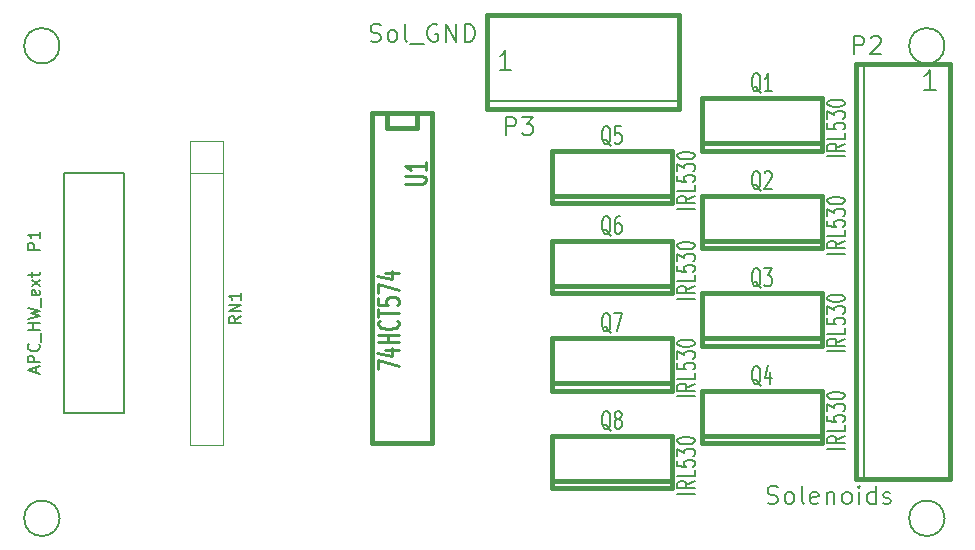
<source format=gbr>
G04 #@! TF.GenerationSoftware,KiCad,Pcbnew,5.0.2-bee76a0~70~ubuntu18.04.1*
G04 #@! TF.CreationDate,2020-04-05T13:34:11+02:00*
G04 #@! TF.ProjectId,APC_Solenoid_exp,4150435f-536f-46c6-956e-6f69645f6578,rev?*
G04 #@! TF.SameCoordinates,Original*
G04 #@! TF.FileFunction,Legend,Top*
G04 #@! TF.FilePolarity,Positive*
%FSLAX46Y46*%
G04 Gerber Fmt 4.6, Leading zero omitted, Abs format (unit mm)*
G04 Created by KiCad (PCBNEW 5.0.2-bee76a0~70~ubuntu18.04.1) date So 05 Apr 2020 13:34:11 CEST*
%MOMM*%
%LPD*%
G01*
G04 APERTURE LIST*
%ADD10C,0.120000*%
%ADD11C,0.150000*%
%ADD12C,0.406400*%
%ADD13C,0.127000*%
%ADD14C,0.381000*%
%ADD15C,0.142240*%
%ADD16C,0.203200*%
%ADD17C,0.285750*%
%ADD18C,0.304800*%
G04 APERTURE END LIST*
D10*
G04 #@! TO.C,RN1*
X36960000Y-30310000D02*
X34160000Y-30310000D01*
X34160000Y-30310000D02*
X34160000Y-56050000D01*
X34160000Y-56050000D02*
X36960000Y-56050000D01*
X36960000Y-56050000D02*
X36960000Y-30310000D01*
X36960000Y-33020000D02*
X34160000Y-33020000D01*
D11*
G04 #@! TO.C,REF\002A\002A*
X98020000Y-22225000D02*
G75*
G03X98020000Y-22225000I-1500000J0D01*
G01*
X23090000Y-22225000D02*
G75*
G03X23090000Y-22225000I-1500000J0D01*
G01*
X98020000Y-62230000D02*
G75*
G03X98020000Y-62230000I-1500000J0D01*
G01*
X23090000Y-62230000D02*
G75*
G03X23090000Y-62230000I-1500000J0D01*
G01*
G04 #@! TO.C,P1*
X28575000Y-33020000D02*
X23495000Y-33020000D01*
X23495000Y-33020000D02*
X23495000Y-53340000D01*
X23495000Y-53340000D02*
X28575000Y-53340000D01*
X28575000Y-53340000D02*
X28575000Y-33020000D01*
D12*
G04 #@! TO.C,P2*
X98475800Y-23749000D02*
X98475800Y-58925000D01*
X98475800Y-58928000D02*
X90551000Y-58928000D01*
X90551000Y-58925000D02*
X90551000Y-23749000D01*
X90551000Y-23749000D02*
X98475800Y-23749000D01*
D13*
X91186000Y-23749000D02*
X91186000Y-58925000D01*
D12*
G04 #@! TO.C,P3*
X59309000Y-19634200D02*
X75565000Y-19634200D01*
X75565000Y-19634200D02*
X75565000Y-27559000D01*
X75565000Y-27559000D02*
X59309000Y-27559000D01*
X59309000Y-27559000D02*
X59309000Y-19634200D01*
D13*
X59309000Y-26924000D02*
X75565000Y-26924000D01*
D14*
G04 #@! TO.C,Q1*
X77470000Y-26670000D02*
X87630000Y-26670000D01*
X77470000Y-30480000D02*
X77470000Y-26670000D01*
X87630000Y-30480000D02*
X77470000Y-30480000D01*
X87630000Y-26670000D02*
X87630000Y-30480000D01*
X77470000Y-31115000D02*
X77470000Y-30480000D01*
X87630000Y-31115000D02*
X77470000Y-31115000D01*
X87630000Y-30480000D02*
X87630000Y-31115000D01*
G04 #@! TO.C,Q2*
X77470000Y-34925000D02*
X87630000Y-34925000D01*
X77470000Y-38735000D02*
X77470000Y-34925000D01*
X87630000Y-38735000D02*
X77470000Y-38735000D01*
X87630000Y-34925000D02*
X87630000Y-38735000D01*
X77470000Y-39370000D02*
X77470000Y-38735000D01*
X87630000Y-39370000D02*
X77470000Y-39370000D01*
X87630000Y-38735000D02*
X87630000Y-39370000D01*
G04 #@! TO.C,Q3*
X77470000Y-43180000D02*
X87630000Y-43180000D01*
X77470000Y-46990000D02*
X77470000Y-43180000D01*
X87630000Y-46990000D02*
X77470000Y-46990000D01*
X87630000Y-43180000D02*
X87630000Y-46990000D01*
X77470000Y-47625000D02*
X77470000Y-46990000D01*
X87630000Y-47625000D02*
X77470000Y-47625000D01*
X87630000Y-46990000D02*
X87630000Y-47625000D01*
G04 #@! TO.C,Q4*
X77470000Y-51435000D02*
X87630000Y-51435000D01*
X77470000Y-55245000D02*
X77470000Y-51435000D01*
X87630000Y-55245000D02*
X77470000Y-55245000D01*
X87630000Y-51435000D02*
X87630000Y-55245000D01*
X77470000Y-55880000D02*
X77470000Y-55245000D01*
X87630000Y-55880000D02*
X77470000Y-55880000D01*
X87630000Y-55245000D02*
X87630000Y-55880000D01*
G04 #@! TO.C,Q5*
X74930000Y-34925000D02*
X74930000Y-35560000D01*
X74930000Y-35560000D02*
X64770000Y-35560000D01*
X64770000Y-35560000D02*
X64770000Y-34925000D01*
X74930000Y-31115000D02*
X74930000Y-34925000D01*
X74930000Y-34925000D02*
X64770000Y-34925000D01*
X64770000Y-34925000D02*
X64770000Y-31115000D01*
X64770000Y-31115000D02*
X74930000Y-31115000D01*
G04 #@! TO.C,Q6*
X74930000Y-42545000D02*
X74930000Y-43180000D01*
X74930000Y-43180000D02*
X64770000Y-43180000D01*
X64770000Y-43180000D02*
X64770000Y-42545000D01*
X74930000Y-38735000D02*
X74930000Y-42545000D01*
X74930000Y-42545000D02*
X64770000Y-42545000D01*
X64770000Y-42545000D02*
X64770000Y-38735000D01*
X64770000Y-38735000D02*
X74930000Y-38735000D01*
G04 #@! TO.C,Q7*
X74930000Y-50800000D02*
X74930000Y-51435000D01*
X74930000Y-51435000D02*
X64770000Y-51435000D01*
X64770000Y-51435000D02*
X64770000Y-50800000D01*
X74930000Y-46990000D02*
X74930000Y-50800000D01*
X74930000Y-50800000D02*
X64770000Y-50800000D01*
X64770000Y-50800000D02*
X64770000Y-46990000D01*
X64770000Y-46990000D02*
X74930000Y-46990000D01*
G04 #@! TO.C,Q8*
X74930000Y-59055000D02*
X74930000Y-59690000D01*
X74930000Y-59690000D02*
X64770000Y-59690000D01*
X64770000Y-59690000D02*
X64770000Y-59055000D01*
X74930000Y-55245000D02*
X74930000Y-59055000D01*
X74930000Y-59055000D02*
X64770000Y-59055000D01*
X64770000Y-59055000D02*
X64770000Y-55245000D01*
X64770000Y-55245000D02*
X74930000Y-55245000D01*
G04 #@! TO.C,U1*
X53340000Y-27940000D02*
X53340000Y-29210000D01*
X53340000Y-29210000D02*
X50800000Y-29210000D01*
X50800000Y-29210000D02*
X50800000Y-27940000D01*
X54610000Y-27940000D02*
X54610000Y-55880000D01*
X54610000Y-55880000D02*
X49530000Y-55880000D01*
X49530000Y-55880000D02*
X49530000Y-27940000D01*
X49530000Y-27940000D02*
X54610000Y-27940000D01*
G04 #@! TO.C,RN1*
D11*
X38412380Y-45140476D02*
X37936190Y-45473809D01*
X38412380Y-45711904D02*
X37412380Y-45711904D01*
X37412380Y-45330952D01*
X37460000Y-45235714D01*
X37507619Y-45188095D01*
X37602857Y-45140476D01*
X37745714Y-45140476D01*
X37840952Y-45188095D01*
X37888571Y-45235714D01*
X37936190Y-45330952D01*
X37936190Y-45711904D01*
X38412380Y-44711904D02*
X37412380Y-44711904D01*
X38412380Y-44140476D01*
X37412380Y-44140476D01*
X38412380Y-43140476D02*
X38412380Y-43711904D01*
X38412380Y-43426190D02*
X37412380Y-43426190D01*
X37555238Y-43521428D01*
X37650476Y-43616666D01*
X37698095Y-43711904D01*
G04 #@! TO.C,P1*
X21407380Y-39473095D02*
X20407380Y-39473095D01*
X20407380Y-39092142D01*
X20455000Y-38996904D01*
X20502619Y-38949285D01*
X20597857Y-38901666D01*
X20740714Y-38901666D01*
X20835952Y-38949285D01*
X20883571Y-38996904D01*
X20931190Y-39092142D01*
X20931190Y-39473095D01*
X21407380Y-37949285D02*
X21407380Y-38520714D01*
X21407380Y-38235000D02*
X20407380Y-38235000D01*
X20550238Y-38330238D01*
X20645476Y-38425476D01*
X20693095Y-38520714D01*
X21121666Y-49934285D02*
X21121666Y-49458095D01*
X21407380Y-50029523D02*
X20407380Y-49696190D01*
X21407380Y-49362857D01*
X21407380Y-49029523D02*
X20407380Y-49029523D01*
X20407380Y-48648571D01*
X20455000Y-48553333D01*
X20502619Y-48505714D01*
X20597857Y-48458095D01*
X20740714Y-48458095D01*
X20835952Y-48505714D01*
X20883571Y-48553333D01*
X20931190Y-48648571D01*
X20931190Y-49029523D01*
X21312142Y-47458095D02*
X21359761Y-47505714D01*
X21407380Y-47648571D01*
X21407380Y-47743809D01*
X21359761Y-47886666D01*
X21264523Y-47981904D01*
X21169285Y-48029523D01*
X20978809Y-48077142D01*
X20835952Y-48077142D01*
X20645476Y-48029523D01*
X20550238Y-47981904D01*
X20455000Y-47886666D01*
X20407380Y-47743809D01*
X20407380Y-47648571D01*
X20455000Y-47505714D01*
X20502619Y-47458095D01*
X21502619Y-47267619D02*
X21502619Y-46505714D01*
X21407380Y-46267619D02*
X20407380Y-46267619D01*
X20883571Y-46267619D02*
X20883571Y-45696190D01*
X21407380Y-45696190D02*
X20407380Y-45696190D01*
X20407380Y-45315238D02*
X21407380Y-45077142D01*
X20693095Y-44886666D01*
X21407380Y-44696190D01*
X20407380Y-44458095D01*
X21502619Y-44315238D02*
X21502619Y-43553333D01*
X21359761Y-42934285D02*
X21407380Y-43029523D01*
X21407380Y-43220000D01*
X21359761Y-43315238D01*
X21264523Y-43362857D01*
X20883571Y-43362857D01*
X20788333Y-43315238D01*
X20740714Y-43220000D01*
X20740714Y-43029523D01*
X20788333Y-42934285D01*
X20883571Y-42886666D01*
X20978809Y-42886666D01*
X21074047Y-43362857D01*
X21407380Y-42553333D02*
X20740714Y-42029523D01*
X20740714Y-42553333D02*
X21407380Y-42029523D01*
X20740714Y-41791428D02*
X20740714Y-41410476D01*
X20407380Y-41648571D02*
X21264523Y-41648571D01*
X21359761Y-41600952D01*
X21407380Y-41505714D01*
X21407380Y-41410476D01*
G04 #@! TO.C,P2*
X90315142Y-22914428D02*
X90315142Y-21390428D01*
X90895714Y-21390428D01*
X91040857Y-21463000D01*
X91113428Y-21535571D01*
X91186000Y-21680714D01*
X91186000Y-21898428D01*
X91113428Y-22043571D01*
X91040857Y-22116142D01*
X90895714Y-22188714D01*
X90315142Y-22188714D01*
X91766571Y-21535571D02*
X91839142Y-21463000D01*
X91984285Y-21390428D01*
X92347142Y-21390428D01*
X92492285Y-21463000D01*
X92564857Y-21535571D01*
X92637428Y-21680714D01*
X92637428Y-21825857D01*
X92564857Y-22043571D01*
X91694000Y-22914428D01*
X92637428Y-22914428D01*
X83039857Y-60941857D02*
X83257571Y-61014428D01*
X83620428Y-61014428D01*
X83765571Y-60941857D01*
X83838142Y-60869285D01*
X83910714Y-60724142D01*
X83910714Y-60579000D01*
X83838142Y-60433857D01*
X83765571Y-60361285D01*
X83620428Y-60288714D01*
X83330142Y-60216142D01*
X83185000Y-60143571D01*
X83112428Y-60071000D01*
X83039857Y-59925857D01*
X83039857Y-59780714D01*
X83112428Y-59635571D01*
X83185000Y-59563000D01*
X83330142Y-59490428D01*
X83693000Y-59490428D01*
X83910714Y-59563000D01*
X84781571Y-61014428D02*
X84636428Y-60941857D01*
X84563857Y-60869285D01*
X84491285Y-60724142D01*
X84491285Y-60288714D01*
X84563857Y-60143571D01*
X84636428Y-60071000D01*
X84781571Y-59998428D01*
X84999285Y-59998428D01*
X85144428Y-60071000D01*
X85217000Y-60143571D01*
X85289571Y-60288714D01*
X85289571Y-60724142D01*
X85217000Y-60869285D01*
X85144428Y-60941857D01*
X84999285Y-61014428D01*
X84781571Y-61014428D01*
X86160428Y-61014428D02*
X86015285Y-60941857D01*
X85942714Y-60796714D01*
X85942714Y-59490428D01*
X87321571Y-60941857D02*
X87176428Y-61014428D01*
X86886142Y-61014428D01*
X86741000Y-60941857D01*
X86668428Y-60796714D01*
X86668428Y-60216142D01*
X86741000Y-60071000D01*
X86886142Y-59998428D01*
X87176428Y-59998428D01*
X87321571Y-60071000D01*
X87394142Y-60216142D01*
X87394142Y-60361285D01*
X86668428Y-60506428D01*
X88047285Y-59998428D02*
X88047285Y-61014428D01*
X88047285Y-60143571D02*
X88119857Y-60071000D01*
X88265000Y-59998428D01*
X88482714Y-59998428D01*
X88627857Y-60071000D01*
X88700428Y-60216142D01*
X88700428Y-61014428D01*
X89643857Y-61014428D02*
X89498714Y-60941857D01*
X89426142Y-60869285D01*
X89353571Y-60724142D01*
X89353571Y-60288714D01*
X89426142Y-60143571D01*
X89498714Y-60071000D01*
X89643857Y-59998428D01*
X89861571Y-59998428D01*
X90006714Y-60071000D01*
X90079285Y-60143571D01*
X90151857Y-60288714D01*
X90151857Y-60724142D01*
X90079285Y-60869285D01*
X90006714Y-60941857D01*
X89861571Y-61014428D01*
X89643857Y-61014428D01*
X90805000Y-61014428D02*
X90805000Y-59998428D01*
X90805000Y-59490428D02*
X90732428Y-59563000D01*
X90805000Y-59635571D01*
X90877571Y-59563000D01*
X90805000Y-59490428D01*
X90805000Y-59635571D01*
X92183857Y-61014428D02*
X92183857Y-59490428D01*
X92183857Y-60941857D02*
X92038714Y-61014428D01*
X91748428Y-61014428D01*
X91603285Y-60941857D01*
X91530714Y-60869285D01*
X91458142Y-60724142D01*
X91458142Y-60288714D01*
X91530714Y-60143571D01*
X91603285Y-60071000D01*
X91748428Y-59998428D01*
X92038714Y-59998428D01*
X92183857Y-60071000D01*
X92837000Y-60941857D02*
X92982142Y-61014428D01*
X93272428Y-61014428D01*
X93417571Y-60941857D01*
X93490142Y-60796714D01*
X93490142Y-60724142D01*
X93417571Y-60579000D01*
X93272428Y-60506428D01*
X93054714Y-60506428D01*
X92909571Y-60433857D01*
X92837000Y-60288714D01*
X92837000Y-60216142D01*
X92909571Y-60071000D01*
X93054714Y-59998428D01*
X93272428Y-59998428D01*
X93417571Y-60071000D01*
D15*
X97264389Y-25954566D02*
X96299189Y-25954566D01*
X96781789Y-25954566D02*
X96781789Y-24265466D01*
X96620922Y-24506766D01*
X96460056Y-24667633D01*
X96299189Y-24748066D01*
G04 #@! TO.C,P3*
D11*
X60851142Y-29772428D02*
X60851142Y-28248428D01*
X61431714Y-28248428D01*
X61576857Y-28321000D01*
X61649428Y-28393571D01*
X61722000Y-28538714D01*
X61722000Y-28756428D01*
X61649428Y-28901571D01*
X61576857Y-28974142D01*
X61431714Y-29046714D01*
X60851142Y-29046714D01*
X62230000Y-28248428D02*
X63173428Y-28248428D01*
X62665428Y-28829000D01*
X62883142Y-28829000D01*
X63028285Y-28901571D01*
X63100857Y-28974142D01*
X63173428Y-29119285D01*
X63173428Y-29482142D01*
X63100857Y-29627285D01*
X63028285Y-29699857D01*
X62883142Y-29772428D01*
X62447714Y-29772428D01*
X62302571Y-29699857D01*
X62230000Y-29627285D01*
X49421142Y-21825857D02*
X49638857Y-21898428D01*
X50001714Y-21898428D01*
X50146857Y-21825857D01*
X50219428Y-21753285D01*
X50292000Y-21608142D01*
X50292000Y-21463000D01*
X50219428Y-21317857D01*
X50146857Y-21245285D01*
X50001714Y-21172714D01*
X49711428Y-21100142D01*
X49566285Y-21027571D01*
X49493714Y-20955000D01*
X49421142Y-20809857D01*
X49421142Y-20664714D01*
X49493714Y-20519571D01*
X49566285Y-20447000D01*
X49711428Y-20374428D01*
X50074285Y-20374428D01*
X50292000Y-20447000D01*
X51162857Y-21898428D02*
X51017714Y-21825857D01*
X50945142Y-21753285D01*
X50872571Y-21608142D01*
X50872571Y-21172714D01*
X50945142Y-21027571D01*
X51017714Y-20955000D01*
X51162857Y-20882428D01*
X51380571Y-20882428D01*
X51525714Y-20955000D01*
X51598285Y-21027571D01*
X51670857Y-21172714D01*
X51670857Y-21608142D01*
X51598285Y-21753285D01*
X51525714Y-21825857D01*
X51380571Y-21898428D01*
X51162857Y-21898428D01*
X52541714Y-21898428D02*
X52396571Y-21825857D01*
X52324000Y-21680714D01*
X52324000Y-20374428D01*
X52759428Y-22043571D02*
X53920571Y-22043571D01*
X55081714Y-20447000D02*
X54936571Y-20374428D01*
X54718857Y-20374428D01*
X54501142Y-20447000D01*
X54356000Y-20592142D01*
X54283428Y-20737285D01*
X54210857Y-21027571D01*
X54210857Y-21245285D01*
X54283428Y-21535571D01*
X54356000Y-21680714D01*
X54501142Y-21825857D01*
X54718857Y-21898428D01*
X54864000Y-21898428D01*
X55081714Y-21825857D01*
X55154285Y-21753285D01*
X55154285Y-21245285D01*
X54864000Y-21245285D01*
X55807428Y-21898428D02*
X55807428Y-20374428D01*
X56678285Y-21898428D01*
X56678285Y-20374428D01*
X57404000Y-21898428D02*
X57404000Y-20374428D01*
X57766857Y-20374428D01*
X57984571Y-20447000D01*
X58129714Y-20592142D01*
X58202285Y-20737285D01*
X58274857Y-21027571D01*
X58274857Y-21245285D01*
X58202285Y-21535571D01*
X58129714Y-21680714D01*
X57984571Y-21825857D01*
X57766857Y-21898428D01*
X57404000Y-21898428D01*
D15*
X61323389Y-24303566D02*
X60358189Y-24303566D01*
X60840789Y-24303566D02*
X60840789Y-22614466D01*
X60679922Y-22855766D01*
X60519056Y-23016633D01*
X60358189Y-23097066D01*
G04 #@! TO.C,Q1*
D16*
X82453238Y-26234571D02*
X82356476Y-26162000D01*
X82259714Y-26016857D01*
X82114571Y-25799142D01*
X82017809Y-25726571D01*
X81921047Y-25726571D01*
X81969428Y-26089428D02*
X81872666Y-26016857D01*
X81775904Y-25871714D01*
X81727523Y-25581428D01*
X81727523Y-25073428D01*
X81775904Y-24783142D01*
X81872666Y-24638000D01*
X81969428Y-24565428D01*
X82162952Y-24565428D01*
X82259714Y-24638000D01*
X82356476Y-24783142D01*
X82404857Y-25073428D01*
X82404857Y-25581428D01*
X82356476Y-25871714D01*
X82259714Y-26016857D01*
X82162952Y-26089428D01*
X81969428Y-26089428D01*
X83372476Y-26089428D02*
X82791904Y-26089428D01*
X83082190Y-26089428D02*
X83082190Y-24565428D01*
X82985428Y-24783142D01*
X82888666Y-24928285D01*
X82791904Y-25000857D01*
X89589428Y-31580666D02*
X88065428Y-31580666D01*
X89589428Y-30516285D02*
X88863714Y-30854952D01*
X89589428Y-31096857D02*
X88065428Y-31096857D01*
X88065428Y-30709809D01*
X88138000Y-30613047D01*
X88210571Y-30564666D01*
X88355714Y-30516285D01*
X88573428Y-30516285D01*
X88718571Y-30564666D01*
X88791142Y-30613047D01*
X88863714Y-30709809D01*
X88863714Y-31096857D01*
X89589428Y-29597047D02*
X89589428Y-30080857D01*
X88065428Y-30080857D01*
X88065428Y-28774571D02*
X88065428Y-29258380D01*
X88791142Y-29306761D01*
X88718571Y-29258380D01*
X88646000Y-29161619D01*
X88646000Y-28919714D01*
X88718571Y-28822952D01*
X88791142Y-28774571D01*
X88936285Y-28726190D01*
X89299142Y-28726190D01*
X89444285Y-28774571D01*
X89516857Y-28822952D01*
X89589428Y-28919714D01*
X89589428Y-29161619D01*
X89516857Y-29258380D01*
X89444285Y-29306761D01*
X88065428Y-28387523D02*
X88065428Y-27758571D01*
X88646000Y-28097238D01*
X88646000Y-27952095D01*
X88718571Y-27855333D01*
X88791142Y-27806952D01*
X88936285Y-27758571D01*
X89299142Y-27758571D01*
X89444285Y-27806952D01*
X89516857Y-27855333D01*
X89589428Y-27952095D01*
X89589428Y-28242380D01*
X89516857Y-28339142D01*
X89444285Y-28387523D01*
X88065428Y-27129619D02*
X88065428Y-27032857D01*
X88138000Y-26936095D01*
X88210571Y-26887714D01*
X88355714Y-26839333D01*
X88646000Y-26790952D01*
X89008857Y-26790952D01*
X89299142Y-26839333D01*
X89444285Y-26887714D01*
X89516857Y-26936095D01*
X89589428Y-27032857D01*
X89589428Y-27129619D01*
X89516857Y-27226380D01*
X89444285Y-27274761D01*
X89299142Y-27323142D01*
X89008857Y-27371523D01*
X88646000Y-27371523D01*
X88355714Y-27323142D01*
X88210571Y-27274761D01*
X88138000Y-27226380D01*
X88065428Y-27129619D01*
G04 #@! TO.C,Q2*
X82453238Y-34489571D02*
X82356476Y-34417000D01*
X82259714Y-34271857D01*
X82114571Y-34054142D01*
X82017809Y-33981571D01*
X81921047Y-33981571D01*
X81969428Y-34344428D02*
X81872666Y-34271857D01*
X81775904Y-34126714D01*
X81727523Y-33836428D01*
X81727523Y-33328428D01*
X81775904Y-33038142D01*
X81872666Y-32893000D01*
X81969428Y-32820428D01*
X82162952Y-32820428D01*
X82259714Y-32893000D01*
X82356476Y-33038142D01*
X82404857Y-33328428D01*
X82404857Y-33836428D01*
X82356476Y-34126714D01*
X82259714Y-34271857D01*
X82162952Y-34344428D01*
X81969428Y-34344428D01*
X82791904Y-32965571D02*
X82840285Y-32893000D01*
X82937047Y-32820428D01*
X83178952Y-32820428D01*
X83275714Y-32893000D01*
X83324095Y-32965571D01*
X83372476Y-33110714D01*
X83372476Y-33255857D01*
X83324095Y-33473571D01*
X82743523Y-34344428D01*
X83372476Y-34344428D01*
X89589428Y-39835666D02*
X88065428Y-39835666D01*
X89589428Y-38771285D02*
X88863714Y-39109952D01*
X89589428Y-39351857D02*
X88065428Y-39351857D01*
X88065428Y-38964809D01*
X88138000Y-38868047D01*
X88210571Y-38819666D01*
X88355714Y-38771285D01*
X88573428Y-38771285D01*
X88718571Y-38819666D01*
X88791142Y-38868047D01*
X88863714Y-38964809D01*
X88863714Y-39351857D01*
X89589428Y-37852047D02*
X89589428Y-38335857D01*
X88065428Y-38335857D01*
X88065428Y-37029571D02*
X88065428Y-37513380D01*
X88791142Y-37561761D01*
X88718571Y-37513380D01*
X88646000Y-37416619D01*
X88646000Y-37174714D01*
X88718571Y-37077952D01*
X88791142Y-37029571D01*
X88936285Y-36981190D01*
X89299142Y-36981190D01*
X89444285Y-37029571D01*
X89516857Y-37077952D01*
X89589428Y-37174714D01*
X89589428Y-37416619D01*
X89516857Y-37513380D01*
X89444285Y-37561761D01*
X88065428Y-36642523D02*
X88065428Y-36013571D01*
X88646000Y-36352238D01*
X88646000Y-36207095D01*
X88718571Y-36110333D01*
X88791142Y-36061952D01*
X88936285Y-36013571D01*
X89299142Y-36013571D01*
X89444285Y-36061952D01*
X89516857Y-36110333D01*
X89589428Y-36207095D01*
X89589428Y-36497380D01*
X89516857Y-36594142D01*
X89444285Y-36642523D01*
X88065428Y-35384619D02*
X88065428Y-35287857D01*
X88138000Y-35191095D01*
X88210571Y-35142714D01*
X88355714Y-35094333D01*
X88646000Y-35045952D01*
X89008857Y-35045952D01*
X89299142Y-35094333D01*
X89444285Y-35142714D01*
X89516857Y-35191095D01*
X89589428Y-35287857D01*
X89589428Y-35384619D01*
X89516857Y-35481380D01*
X89444285Y-35529761D01*
X89299142Y-35578142D01*
X89008857Y-35626523D01*
X88646000Y-35626523D01*
X88355714Y-35578142D01*
X88210571Y-35529761D01*
X88138000Y-35481380D01*
X88065428Y-35384619D01*
G04 #@! TO.C,Q3*
X82453238Y-42744571D02*
X82356476Y-42672000D01*
X82259714Y-42526857D01*
X82114571Y-42309142D01*
X82017809Y-42236571D01*
X81921047Y-42236571D01*
X81969428Y-42599428D02*
X81872666Y-42526857D01*
X81775904Y-42381714D01*
X81727523Y-42091428D01*
X81727523Y-41583428D01*
X81775904Y-41293142D01*
X81872666Y-41148000D01*
X81969428Y-41075428D01*
X82162952Y-41075428D01*
X82259714Y-41148000D01*
X82356476Y-41293142D01*
X82404857Y-41583428D01*
X82404857Y-42091428D01*
X82356476Y-42381714D01*
X82259714Y-42526857D01*
X82162952Y-42599428D01*
X81969428Y-42599428D01*
X82743523Y-41075428D02*
X83372476Y-41075428D01*
X83033809Y-41656000D01*
X83178952Y-41656000D01*
X83275714Y-41728571D01*
X83324095Y-41801142D01*
X83372476Y-41946285D01*
X83372476Y-42309142D01*
X83324095Y-42454285D01*
X83275714Y-42526857D01*
X83178952Y-42599428D01*
X82888666Y-42599428D01*
X82791904Y-42526857D01*
X82743523Y-42454285D01*
X89589428Y-48090666D02*
X88065428Y-48090666D01*
X89589428Y-47026285D02*
X88863714Y-47364952D01*
X89589428Y-47606857D02*
X88065428Y-47606857D01*
X88065428Y-47219809D01*
X88138000Y-47123047D01*
X88210571Y-47074666D01*
X88355714Y-47026285D01*
X88573428Y-47026285D01*
X88718571Y-47074666D01*
X88791142Y-47123047D01*
X88863714Y-47219809D01*
X88863714Y-47606857D01*
X89589428Y-46107047D02*
X89589428Y-46590857D01*
X88065428Y-46590857D01*
X88065428Y-45284571D02*
X88065428Y-45768380D01*
X88791142Y-45816761D01*
X88718571Y-45768380D01*
X88646000Y-45671619D01*
X88646000Y-45429714D01*
X88718571Y-45332952D01*
X88791142Y-45284571D01*
X88936285Y-45236190D01*
X89299142Y-45236190D01*
X89444285Y-45284571D01*
X89516857Y-45332952D01*
X89589428Y-45429714D01*
X89589428Y-45671619D01*
X89516857Y-45768380D01*
X89444285Y-45816761D01*
X88065428Y-44897523D02*
X88065428Y-44268571D01*
X88646000Y-44607238D01*
X88646000Y-44462095D01*
X88718571Y-44365333D01*
X88791142Y-44316952D01*
X88936285Y-44268571D01*
X89299142Y-44268571D01*
X89444285Y-44316952D01*
X89516857Y-44365333D01*
X89589428Y-44462095D01*
X89589428Y-44752380D01*
X89516857Y-44849142D01*
X89444285Y-44897523D01*
X88065428Y-43639619D02*
X88065428Y-43542857D01*
X88138000Y-43446095D01*
X88210571Y-43397714D01*
X88355714Y-43349333D01*
X88646000Y-43300952D01*
X89008857Y-43300952D01*
X89299142Y-43349333D01*
X89444285Y-43397714D01*
X89516857Y-43446095D01*
X89589428Y-43542857D01*
X89589428Y-43639619D01*
X89516857Y-43736380D01*
X89444285Y-43784761D01*
X89299142Y-43833142D01*
X89008857Y-43881523D01*
X88646000Y-43881523D01*
X88355714Y-43833142D01*
X88210571Y-43784761D01*
X88138000Y-43736380D01*
X88065428Y-43639619D01*
G04 #@! TO.C,Q4*
X82453238Y-50999571D02*
X82356476Y-50927000D01*
X82259714Y-50781857D01*
X82114571Y-50564142D01*
X82017809Y-50491571D01*
X81921047Y-50491571D01*
X81969428Y-50854428D02*
X81872666Y-50781857D01*
X81775904Y-50636714D01*
X81727523Y-50346428D01*
X81727523Y-49838428D01*
X81775904Y-49548142D01*
X81872666Y-49403000D01*
X81969428Y-49330428D01*
X82162952Y-49330428D01*
X82259714Y-49403000D01*
X82356476Y-49548142D01*
X82404857Y-49838428D01*
X82404857Y-50346428D01*
X82356476Y-50636714D01*
X82259714Y-50781857D01*
X82162952Y-50854428D01*
X81969428Y-50854428D01*
X83275714Y-49838428D02*
X83275714Y-50854428D01*
X83033809Y-49257857D02*
X82791904Y-50346428D01*
X83420857Y-50346428D01*
X89589428Y-56345666D02*
X88065428Y-56345666D01*
X89589428Y-55281285D02*
X88863714Y-55619952D01*
X89589428Y-55861857D02*
X88065428Y-55861857D01*
X88065428Y-55474809D01*
X88138000Y-55378047D01*
X88210571Y-55329666D01*
X88355714Y-55281285D01*
X88573428Y-55281285D01*
X88718571Y-55329666D01*
X88791142Y-55378047D01*
X88863714Y-55474809D01*
X88863714Y-55861857D01*
X89589428Y-54362047D02*
X89589428Y-54845857D01*
X88065428Y-54845857D01*
X88065428Y-53539571D02*
X88065428Y-54023380D01*
X88791142Y-54071761D01*
X88718571Y-54023380D01*
X88646000Y-53926619D01*
X88646000Y-53684714D01*
X88718571Y-53587952D01*
X88791142Y-53539571D01*
X88936285Y-53491190D01*
X89299142Y-53491190D01*
X89444285Y-53539571D01*
X89516857Y-53587952D01*
X89589428Y-53684714D01*
X89589428Y-53926619D01*
X89516857Y-54023380D01*
X89444285Y-54071761D01*
X88065428Y-53152523D02*
X88065428Y-52523571D01*
X88646000Y-52862238D01*
X88646000Y-52717095D01*
X88718571Y-52620333D01*
X88791142Y-52571952D01*
X88936285Y-52523571D01*
X89299142Y-52523571D01*
X89444285Y-52571952D01*
X89516857Y-52620333D01*
X89589428Y-52717095D01*
X89589428Y-53007380D01*
X89516857Y-53104142D01*
X89444285Y-53152523D01*
X88065428Y-51894619D02*
X88065428Y-51797857D01*
X88138000Y-51701095D01*
X88210571Y-51652714D01*
X88355714Y-51604333D01*
X88646000Y-51555952D01*
X89008857Y-51555952D01*
X89299142Y-51604333D01*
X89444285Y-51652714D01*
X89516857Y-51701095D01*
X89589428Y-51797857D01*
X89589428Y-51894619D01*
X89516857Y-51991380D01*
X89444285Y-52039761D01*
X89299142Y-52088142D01*
X89008857Y-52136523D01*
X88646000Y-52136523D01*
X88355714Y-52088142D01*
X88210571Y-52039761D01*
X88138000Y-51991380D01*
X88065428Y-51894619D01*
G04 #@! TO.C,Q5*
X69753238Y-30679571D02*
X69656476Y-30607000D01*
X69559714Y-30461857D01*
X69414571Y-30244142D01*
X69317809Y-30171571D01*
X69221047Y-30171571D01*
X69269428Y-30534428D02*
X69172666Y-30461857D01*
X69075904Y-30316714D01*
X69027523Y-30026428D01*
X69027523Y-29518428D01*
X69075904Y-29228142D01*
X69172666Y-29083000D01*
X69269428Y-29010428D01*
X69462952Y-29010428D01*
X69559714Y-29083000D01*
X69656476Y-29228142D01*
X69704857Y-29518428D01*
X69704857Y-30026428D01*
X69656476Y-30316714D01*
X69559714Y-30461857D01*
X69462952Y-30534428D01*
X69269428Y-30534428D01*
X70624095Y-29010428D02*
X70140285Y-29010428D01*
X70091904Y-29736142D01*
X70140285Y-29663571D01*
X70237047Y-29591000D01*
X70478952Y-29591000D01*
X70575714Y-29663571D01*
X70624095Y-29736142D01*
X70672476Y-29881285D01*
X70672476Y-30244142D01*
X70624095Y-30389285D01*
X70575714Y-30461857D01*
X70478952Y-30534428D01*
X70237047Y-30534428D01*
X70140285Y-30461857D01*
X70091904Y-30389285D01*
X76889428Y-36025666D02*
X75365428Y-36025666D01*
X76889428Y-34961285D02*
X76163714Y-35299952D01*
X76889428Y-35541857D02*
X75365428Y-35541857D01*
X75365428Y-35154809D01*
X75438000Y-35058047D01*
X75510571Y-35009666D01*
X75655714Y-34961285D01*
X75873428Y-34961285D01*
X76018571Y-35009666D01*
X76091142Y-35058047D01*
X76163714Y-35154809D01*
X76163714Y-35541857D01*
X76889428Y-34042047D02*
X76889428Y-34525857D01*
X75365428Y-34525857D01*
X75365428Y-33219571D02*
X75365428Y-33703380D01*
X76091142Y-33751761D01*
X76018571Y-33703380D01*
X75946000Y-33606619D01*
X75946000Y-33364714D01*
X76018571Y-33267952D01*
X76091142Y-33219571D01*
X76236285Y-33171190D01*
X76599142Y-33171190D01*
X76744285Y-33219571D01*
X76816857Y-33267952D01*
X76889428Y-33364714D01*
X76889428Y-33606619D01*
X76816857Y-33703380D01*
X76744285Y-33751761D01*
X75365428Y-32832523D02*
X75365428Y-32203571D01*
X75946000Y-32542238D01*
X75946000Y-32397095D01*
X76018571Y-32300333D01*
X76091142Y-32251952D01*
X76236285Y-32203571D01*
X76599142Y-32203571D01*
X76744285Y-32251952D01*
X76816857Y-32300333D01*
X76889428Y-32397095D01*
X76889428Y-32687380D01*
X76816857Y-32784142D01*
X76744285Y-32832523D01*
X75365428Y-31574619D02*
X75365428Y-31477857D01*
X75438000Y-31381095D01*
X75510571Y-31332714D01*
X75655714Y-31284333D01*
X75946000Y-31235952D01*
X76308857Y-31235952D01*
X76599142Y-31284333D01*
X76744285Y-31332714D01*
X76816857Y-31381095D01*
X76889428Y-31477857D01*
X76889428Y-31574619D01*
X76816857Y-31671380D01*
X76744285Y-31719761D01*
X76599142Y-31768142D01*
X76308857Y-31816523D01*
X75946000Y-31816523D01*
X75655714Y-31768142D01*
X75510571Y-31719761D01*
X75438000Y-31671380D01*
X75365428Y-31574619D01*
G04 #@! TO.C,Q6*
X69753238Y-38299571D02*
X69656476Y-38227000D01*
X69559714Y-38081857D01*
X69414571Y-37864142D01*
X69317809Y-37791571D01*
X69221047Y-37791571D01*
X69269428Y-38154428D02*
X69172666Y-38081857D01*
X69075904Y-37936714D01*
X69027523Y-37646428D01*
X69027523Y-37138428D01*
X69075904Y-36848142D01*
X69172666Y-36703000D01*
X69269428Y-36630428D01*
X69462952Y-36630428D01*
X69559714Y-36703000D01*
X69656476Y-36848142D01*
X69704857Y-37138428D01*
X69704857Y-37646428D01*
X69656476Y-37936714D01*
X69559714Y-38081857D01*
X69462952Y-38154428D01*
X69269428Y-38154428D01*
X70575714Y-36630428D02*
X70382190Y-36630428D01*
X70285428Y-36703000D01*
X70237047Y-36775571D01*
X70140285Y-36993285D01*
X70091904Y-37283571D01*
X70091904Y-37864142D01*
X70140285Y-38009285D01*
X70188666Y-38081857D01*
X70285428Y-38154428D01*
X70478952Y-38154428D01*
X70575714Y-38081857D01*
X70624095Y-38009285D01*
X70672476Y-37864142D01*
X70672476Y-37501285D01*
X70624095Y-37356142D01*
X70575714Y-37283571D01*
X70478952Y-37211000D01*
X70285428Y-37211000D01*
X70188666Y-37283571D01*
X70140285Y-37356142D01*
X70091904Y-37501285D01*
X76889428Y-43645666D02*
X75365428Y-43645666D01*
X76889428Y-42581285D02*
X76163714Y-42919952D01*
X76889428Y-43161857D02*
X75365428Y-43161857D01*
X75365428Y-42774809D01*
X75438000Y-42678047D01*
X75510571Y-42629666D01*
X75655714Y-42581285D01*
X75873428Y-42581285D01*
X76018571Y-42629666D01*
X76091142Y-42678047D01*
X76163714Y-42774809D01*
X76163714Y-43161857D01*
X76889428Y-41662047D02*
X76889428Y-42145857D01*
X75365428Y-42145857D01*
X75365428Y-40839571D02*
X75365428Y-41323380D01*
X76091142Y-41371761D01*
X76018571Y-41323380D01*
X75946000Y-41226619D01*
X75946000Y-40984714D01*
X76018571Y-40887952D01*
X76091142Y-40839571D01*
X76236285Y-40791190D01*
X76599142Y-40791190D01*
X76744285Y-40839571D01*
X76816857Y-40887952D01*
X76889428Y-40984714D01*
X76889428Y-41226619D01*
X76816857Y-41323380D01*
X76744285Y-41371761D01*
X75365428Y-40452523D02*
X75365428Y-39823571D01*
X75946000Y-40162238D01*
X75946000Y-40017095D01*
X76018571Y-39920333D01*
X76091142Y-39871952D01*
X76236285Y-39823571D01*
X76599142Y-39823571D01*
X76744285Y-39871952D01*
X76816857Y-39920333D01*
X76889428Y-40017095D01*
X76889428Y-40307380D01*
X76816857Y-40404142D01*
X76744285Y-40452523D01*
X75365428Y-39194619D02*
X75365428Y-39097857D01*
X75438000Y-39001095D01*
X75510571Y-38952714D01*
X75655714Y-38904333D01*
X75946000Y-38855952D01*
X76308857Y-38855952D01*
X76599142Y-38904333D01*
X76744285Y-38952714D01*
X76816857Y-39001095D01*
X76889428Y-39097857D01*
X76889428Y-39194619D01*
X76816857Y-39291380D01*
X76744285Y-39339761D01*
X76599142Y-39388142D01*
X76308857Y-39436523D01*
X75946000Y-39436523D01*
X75655714Y-39388142D01*
X75510571Y-39339761D01*
X75438000Y-39291380D01*
X75365428Y-39194619D01*
G04 #@! TO.C,Q7*
X69753238Y-46554571D02*
X69656476Y-46482000D01*
X69559714Y-46336857D01*
X69414571Y-46119142D01*
X69317809Y-46046571D01*
X69221047Y-46046571D01*
X69269428Y-46409428D02*
X69172666Y-46336857D01*
X69075904Y-46191714D01*
X69027523Y-45901428D01*
X69027523Y-45393428D01*
X69075904Y-45103142D01*
X69172666Y-44958000D01*
X69269428Y-44885428D01*
X69462952Y-44885428D01*
X69559714Y-44958000D01*
X69656476Y-45103142D01*
X69704857Y-45393428D01*
X69704857Y-45901428D01*
X69656476Y-46191714D01*
X69559714Y-46336857D01*
X69462952Y-46409428D01*
X69269428Y-46409428D01*
X70043523Y-44885428D02*
X70720857Y-44885428D01*
X70285428Y-46409428D01*
X76889428Y-51900666D02*
X75365428Y-51900666D01*
X76889428Y-50836285D02*
X76163714Y-51174952D01*
X76889428Y-51416857D02*
X75365428Y-51416857D01*
X75365428Y-51029809D01*
X75438000Y-50933047D01*
X75510571Y-50884666D01*
X75655714Y-50836285D01*
X75873428Y-50836285D01*
X76018571Y-50884666D01*
X76091142Y-50933047D01*
X76163714Y-51029809D01*
X76163714Y-51416857D01*
X76889428Y-49917047D02*
X76889428Y-50400857D01*
X75365428Y-50400857D01*
X75365428Y-49094571D02*
X75365428Y-49578380D01*
X76091142Y-49626761D01*
X76018571Y-49578380D01*
X75946000Y-49481619D01*
X75946000Y-49239714D01*
X76018571Y-49142952D01*
X76091142Y-49094571D01*
X76236285Y-49046190D01*
X76599142Y-49046190D01*
X76744285Y-49094571D01*
X76816857Y-49142952D01*
X76889428Y-49239714D01*
X76889428Y-49481619D01*
X76816857Y-49578380D01*
X76744285Y-49626761D01*
X75365428Y-48707523D02*
X75365428Y-48078571D01*
X75946000Y-48417238D01*
X75946000Y-48272095D01*
X76018571Y-48175333D01*
X76091142Y-48126952D01*
X76236285Y-48078571D01*
X76599142Y-48078571D01*
X76744285Y-48126952D01*
X76816857Y-48175333D01*
X76889428Y-48272095D01*
X76889428Y-48562380D01*
X76816857Y-48659142D01*
X76744285Y-48707523D01*
X75365428Y-47449619D02*
X75365428Y-47352857D01*
X75438000Y-47256095D01*
X75510571Y-47207714D01*
X75655714Y-47159333D01*
X75946000Y-47110952D01*
X76308857Y-47110952D01*
X76599142Y-47159333D01*
X76744285Y-47207714D01*
X76816857Y-47256095D01*
X76889428Y-47352857D01*
X76889428Y-47449619D01*
X76816857Y-47546380D01*
X76744285Y-47594761D01*
X76599142Y-47643142D01*
X76308857Y-47691523D01*
X75946000Y-47691523D01*
X75655714Y-47643142D01*
X75510571Y-47594761D01*
X75438000Y-47546380D01*
X75365428Y-47449619D01*
G04 #@! TO.C,Q8*
X69753238Y-54809571D02*
X69656476Y-54737000D01*
X69559714Y-54591857D01*
X69414571Y-54374142D01*
X69317809Y-54301571D01*
X69221047Y-54301571D01*
X69269428Y-54664428D02*
X69172666Y-54591857D01*
X69075904Y-54446714D01*
X69027523Y-54156428D01*
X69027523Y-53648428D01*
X69075904Y-53358142D01*
X69172666Y-53213000D01*
X69269428Y-53140428D01*
X69462952Y-53140428D01*
X69559714Y-53213000D01*
X69656476Y-53358142D01*
X69704857Y-53648428D01*
X69704857Y-54156428D01*
X69656476Y-54446714D01*
X69559714Y-54591857D01*
X69462952Y-54664428D01*
X69269428Y-54664428D01*
X70285428Y-53793571D02*
X70188666Y-53721000D01*
X70140285Y-53648428D01*
X70091904Y-53503285D01*
X70091904Y-53430714D01*
X70140285Y-53285571D01*
X70188666Y-53213000D01*
X70285428Y-53140428D01*
X70478952Y-53140428D01*
X70575714Y-53213000D01*
X70624095Y-53285571D01*
X70672476Y-53430714D01*
X70672476Y-53503285D01*
X70624095Y-53648428D01*
X70575714Y-53721000D01*
X70478952Y-53793571D01*
X70285428Y-53793571D01*
X70188666Y-53866142D01*
X70140285Y-53938714D01*
X70091904Y-54083857D01*
X70091904Y-54374142D01*
X70140285Y-54519285D01*
X70188666Y-54591857D01*
X70285428Y-54664428D01*
X70478952Y-54664428D01*
X70575714Y-54591857D01*
X70624095Y-54519285D01*
X70672476Y-54374142D01*
X70672476Y-54083857D01*
X70624095Y-53938714D01*
X70575714Y-53866142D01*
X70478952Y-53793571D01*
X76889428Y-60155666D02*
X75365428Y-60155666D01*
X76889428Y-59091285D02*
X76163714Y-59429952D01*
X76889428Y-59671857D02*
X75365428Y-59671857D01*
X75365428Y-59284809D01*
X75438000Y-59188047D01*
X75510571Y-59139666D01*
X75655714Y-59091285D01*
X75873428Y-59091285D01*
X76018571Y-59139666D01*
X76091142Y-59188047D01*
X76163714Y-59284809D01*
X76163714Y-59671857D01*
X76889428Y-58172047D02*
X76889428Y-58655857D01*
X75365428Y-58655857D01*
X75365428Y-57349571D02*
X75365428Y-57833380D01*
X76091142Y-57881761D01*
X76018571Y-57833380D01*
X75946000Y-57736619D01*
X75946000Y-57494714D01*
X76018571Y-57397952D01*
X76091142Y-57349571D01*
X76236285Y-57301190D01*
X76599142Y-57301190D01*
X76744285Y-57349571D01*
X76816857Y-57397952D01*
X76889428Y-57494714D01*
X76889428Y-57736619D01*
X76816857Y-57833380D01*
X76744285Y-57881761D01*
X75365428Y-56962523D02*
X75365428Y-56333571D01*
X75946000Y-56672238D01*
X75946000Y-56527095D01*
X76018571Y-56430333D01*
X76091142Y-56381952D01*
X76236285Y-56333571D01*
X76599142Y-56333571D01*
X76744285Y-56381952D01*
X76816857Y-56430333D01*
X76889428Y-56527095D01*
X76889428Y-56817380D01*
X76816857Y-56914142D01*
X76744285Y-56962523D01*
X75365428Y-55704619D02*
X75365428Y-55607857D01*
X75438000Y-55511095D01*
X75510571Y-55462714D01*
X75655714Y-55414333D01*
X75946000Y-55365952D01*
X76308857Y-55365952D01*
X76599142Y-55414333D01*
X76744285Y-55462714D01*
X76816857Y-55511095D01*
X76889428Y-55607857D01*
X76889428Y-55704619D01*
X76816857Y-55801380D01*
X76744285Y-55849761D01*
X76599142Y-55898142D01*
X76308857Y-55946523D01*
X75946000Y-55946523D01*
X75655714Y-55898142D01*
X75510571Y-55849761D01*
X75438000Y-55801380D01*
X75365428Y-55704619D01*
G04 #@! TO.C,U1*
D17*
X52366333Y-33890857D02*
X53805666Y-33890857D01*
X53975000Y-33836428D01*
X54059666Y-33782000D01*
X54144333Y-33673142D01*
X54144333Y-33455428D01*
X54059666Y-33346571D01*
X53975000Y-33292142D01*
X53805666Y-33237714D01*
X52366333Y-33237714D01*
X54144333Y-32094714D02*
X54144333Y-32747857D01*
X54144333Y-32421285D02*
X52366333Y-32421285D01*
X52620333Y-32530142D01*
X52789666Y-32639000D01*
X52874333Y-32747857D01*
D18*
D17*
X50080333Y-49629785D02*
X50080333Y-48867785D01*
X51858333Y-49357642D01*
X50673000Y-47942500D02*
X51858333Y-47942500D01*
X49995666Y-48214642D02*
X51265666Y-48486785D01*
X51265666Y-47779214D01*
X51858333Y-47343785D02*
X50080333Y-47343785D01*
X50927000Y-47343785D02*
X50927000Y-46690642D01*
X51858333Y-46690642D02*
X50080333Y-46690642D01*
X51689000Y-45493214D02*
X51773666Y-45547642D01*
X51858333Y-45710928D01*
X51858333Y-45819785D01*
X51773666Y-45983071D01*
X51604333Y-46091928D01*
X51435000Y-46146357D01*
X51096333Y-46200785D01*
X50842333Y-46200785D01*
X50503666Y-46146357D01*
X50334333Y-46091928D01*
X50165000Y-45983071D01*
X50080333Y-45819785D01*
X50080333Y-45710928D01*
X50165000Y-45547642D01*
X50249666Y-45493214D01*
X50080333Y-45166642D02*
X50080333Y-44513500D01*
X51858333Y-44840071D02*
X50080333Y-44840071D01*
X50080333Y-43588214D02*
X50080333Y-44132500D01*
X50927000Y-44186928D01*
X50842333Y-44132500D01*
X50757666Y-44023642D01*
X50757666Y-43751500D01*
X50842333Y-43642642D01*
X50927000Y-43588214D01*
X51096333Y-43533785D01*
X51519666Y-43533785D01*
X51689000Y-43588214D01*
X51773666Y-43642642D01*
X51858333Y-43751500D01*
X51858333Y-44023642D01*
X51773666Y-44132500D01*
X51689000Y-44186928D01*
X50080333Y-43152785D02*
X50080333Y-42390785D01*
X51858333Y-42880642D01*
X50673000Y-41465500D02*
X51858333Y-41465500D01*
X49995666Y-41737642D02*
X51265666Y-42009785D01*
X51265666Y-41302214D01*
D18*
G04 #@! TD*
M02*

</source>
